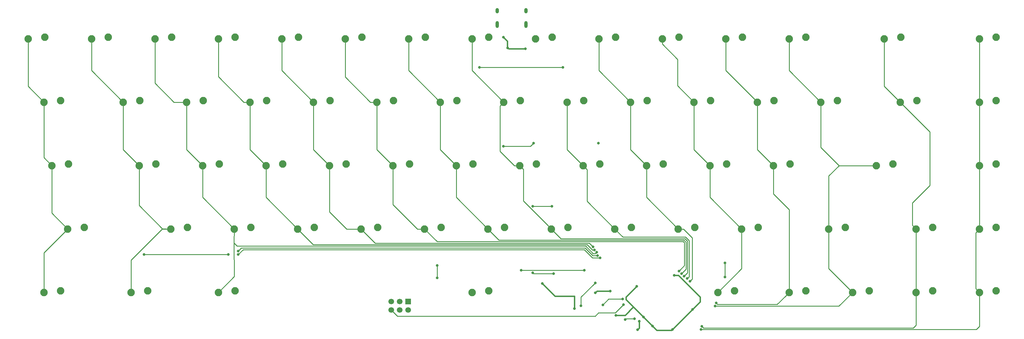
<source format=gtl>
G04 #@! TF.GenerationSoftware,KiCad,Pcbnew,(5.1.5-0-10_14)*
G04 #@! TF.CreationDate,2019-12-30T20:39:33+01:00*
G04 #@! TF.ProjectId,aek67,61656b36-372e-46b6-9963-61645f706362,rev?*
G04 #@! TF.SameCoordinates,Original*
G04 #@! TF.FileFunction,Copper,L1,Top*
G04 #@! TF.FilePolarity,Positive*
%FSLAX46Y46*%
G04 Gerber Fmt 4.6, Leading zero omitted, Abs format (unit mm)*
G04 Created by KiCad (PCBNEW (5.1.5-0-10_14)) date 2019-12-30 20:39:33*
%MOMM*%
%LPD*%
G04 APERTURE LIST*
%ADD10C,2.250000*%
%ADD11O,1.000000X2.100000*%
%ADD12O,1.000000X1.600000*%
%ADD13R,1.700000X1.700000*%
%ADD14C,1.700000*%
%ADD15C,0.800000*%
%ADD16C,0.381000*%
%ADD17C,0.250000*%
G04 APERTURE END LIST*
D10*
X161012500Y-102362500D03*
X166012500Y-101862500D03*
D11*
X168580000Y-21880000D03*
X177220000Y-21880000D03*
D12*
X168580000Y-17700000D03*
X177220000Y-17700000D03*
D10*
X289600000Y-45212500D03*
X294600000Y-44712500D03*
X313412500Y-102362500D03*
X318412500Y-101862500D03*
X313412500Y-83312500D03*
X318412500Y-82812500D03*
X313412500Y-64262500D03*
X318412500Y-63762500D03*
X313412500Y-45212500D03*
X318412500Y-44712500D03*
X313412500Y-26162500D03*
X318412500Y-25662500D03*
X294362500Y-102362500D03*
X299362500Y-101862500D03*
X294362500Y-83312500D03*
X299362500Y-82812500D03*
X284837500Y-26162500D03*
X289837500Y-25662500D03*
X275312500Y-102362500D03*
X280312500Y-101862500D03*
X268168750Y-83312500D03*
X273168750Y-82812500D03*
X282456250Y-64262500D03*
X287456250Y-63762500D03*
X265787500Y-45212500D03*
X270787500Y-44712500D03*
X256262500Y-26162500D03*
X261262500Y-25662500D03*
X256262500Y-102362500D03*
X261262500Y-101862500D03*
X251500000Y-64262500D03*
X256500000Y-63762500D03*
X246737500Y-45212500D03*
X251737500Y-44712500D03*
X237212500Y-26162500D03*
X242212500Y-25662500D03*
X234831250Y-102362500D03*
X239831250Y-101862500D03*
X241975000Y-83312500D03*
X246975000Y-82812500D03*
X232450000Y-64262500D03*
X237450000Y-63762500D03*
X227687500Y-45212500D03*
X232687500Y-44712500D03*
X218162500Y-26162500D03*
X223162500Y-25662500D03*
X222925000Y-83312500D03*
X227925000Y-82812500D03*
X213400000Y-64262500D03*
X218400000Y-63762500D03*
X208637500Y-45212500D03*
X213637500Y-44712500D03*
X199112500Y-26162500D03*
X204112500Y-25662500D03*
X203875000Y-83312500D03*
X208875000Y-82812500D03*
X194350000Y-64262500D03*
X199350000Y-63762500D03*
X189587500Y-45212500D03*
X194587500Y-44712500D03*
X180062500Y-26162500D03*
X185062500Y-25662500D03*
X184825000Y-83312500D03*
X189825000Y-82812500D03*
X175300000Y-64262500D03*
X180300000Y-63762500D03*
X170537500Y-45212500D03*
X175537500Y-44712500D03*
X161012500Y-26162500D03*
X166012500Y-25662500D03*
X165775000Y-83312500D03*
X170775000Y-82812500D03*
X156250000Y-64262500D03*
X161250000Y-63762500D03*
X151487500Y-45212500D03*
X156487500Y-44712500D03*
X141962500Y-26162500D03*
X146962500Y-25662500D03*
X146725000Y-83312500D03*
X151725000Y-82812500D03*
X137200000Y-64262500D03*
X142200000Y-63762500D03*
X132437500Y-45212500D03*
X137437500Y-44712500D03*
X122912500Y-26162500D03*
X127912500Y-25662500D03*
X127675000Y-83312500D03*
X132675000Y-82812500D03*
X118150000Y-64262500D03*
X123150000Y-63762500D03*
X113387500Y-45212500D03*
X118387500Y-44712500D03*
X103862500Y-26162500D03*
X108862500Y-25662500D03*
X108625000Y-83312500D03*
X113625000Y-82812500D03*
X99100000Y-64262500D03*
X104100000Y-63762500D03*
X94337500Y-45212500D03*
X99337500Y-44712500D03*
X84812500Y-26162500D03*
X89812500Y-25662500D03*
X84812500Y-102362500D03*
X89812500Y-101862500D03*
X89575000Y-83312500D03*
X94575000Y-82812500D03*
X80050000Y-64262500D03*
X85050000Y-63762500D03*
X75287500Y-45212500D03*
X80287500Y-44712500D03*
X65762500Y-26162500D03*
X70762500Y-25662500D03*
X58618750Y-102362500D03*
X63618750Y-101862500D03*
X70525000Y-83312500D03*
X75525000Y-82812500D03*
X61000000Y-64262500D03*
X66000000Y-63762500D03*
X56237500Y-45212500D03*
X61237500Y-44712500D03*
X46712500Y-26162500D03*
X51712500Y-25662500D03*
X32425000Y-102362500D03*
X37425000Y-101862500D03*
X39568750Y-83312500D03*
X44568750Y-82812500D03*
X34806250Y-64262500D03*
X39806250Y-63762500D03*
X32425000Y-45212500D03*
X37425000Y-44712500D03*
X27662500Y-26162500D03*
X32662500Y-25662500D03*
D13*
X141790000Y-105092500D03*
D14*
X141790000Y-107632500D03*
X139250000Y-105092500D03*
X139250000Y-107632500D03*
X136710000Y-105092500D03*
X136710000Y-107632500D03*
D15*
X227250000Y-107454238D03*
X227250000Y-107454238D03*
X227250000Y-107454238D03*
X227250000Y-107454238D03*
X221250000Y-113454238D03*
X221250000Y-113454238D03*
X215250000Y-112500000D03*
X212500000Y-109750000D03*
X210500000Y-100500000D03*
X210500000Y-100500000D03*
X221750000Y-97250000D03*
X204250000Y-109250000D03*
X182069448Y-99680552D03*
X191750000Y-107250000D03*
X209762653Y-110237347D03*
X207000000Y-110500000D03*
X163250000Y-34750000D03*
X188250000Y-34750000D03*
X179500000Y-57500000D03*
X199000000Y-57500000D03*
X185000000Y-76500000D03*
X237000000Y-97750000D03*
X237000000Y-93500000D03*
X179193979Y-76500000D03*
X175750000Y-95750000D03*
X194750000Y-95750000D03*
X170400000Y-25700000D03*
X171700000Y-28900000D03*
X177000000Y-29200000D03*
X200323601Y-106098893D03*
X206234694Y-104375001D03*
X185500000Y-96750000D03*
X179193979Y-96500000D03*
X193738580Y-106374990D03*
X170462948Y-58486510D03*
X197999992Y-99500000D03*
X206500000Y-106073002D03*
X90750000Y-91000000D03*
X87750000Y-91000000D03*
X62500000Y-91000000D03*
X199500000Y-92000000D03*
X198457758Y-90300853D03*
X197746280Y-89598128D03*
X197347536Y-88681053D03*
X223155187Y-95930815D03*
X150500000Y-94250000D03*
X150500000Y-98000000D03*
X223917940Y-96695293D03*
X224720304Y-97476151D03*
X225667939Y-98195294D03*
X226500000Y-99000000D03*
X234316228Y-105551315D03*
X234000000Y-106500000D03*
X229750000Y-113525000D03*
X230057003Y-112573289D03*
X211250000Y-111000000D03*
X210750000Y-113540510D03*
X198000000Y-102500000D03*
X202500000Y-102000000D03*
X90737340Y-89987340D03*
X198683769Y-91274990D03*
D16*
X227250000Y-107454238D02*
X221250000Y-113454238D01*
X220954238Y-113750000D02*
X221250000Y-113454238D01*
X216500000Y-113750000D02*
X220954238Y-113750000D01*
X215250000Y-112500000D02*
X216500000Y-113750000D01*
X215250000Y-112500000D02*
X212500000Y-109750000D01*
X223000000Y-97250000D02*
X229500000Y-103750000D01*
X229500000Y-105204238D02*
X227250000Y-107454238D01*
X229500000Y-103750000D02*
X229500000Y-105204238D01*
X207500000Y-104750000D02*
X207250000Y-104500000D01*
X207250000Y-104500000D02*
X207250000Y-103750000D01*
X207250000Y-103750000D02*
X210500000Y-100500000D01*
X223000000Y-97250000D02*
X221750000Y-97250000D01*
X209500000Y-106750000D02*
X207000000Y-109250000D01*
X212500000Y-109750000D02*
X209500000Y-106750000D01*
X209500000Y-106750000D02*
X207500000Y-104750000D01*
X207000000Y-109250000D02*
X204250000Y-109250000D01*
X182069448Y-99680552D02*
X185888896Y-103500000D01*
X185888896Y-103500000D02*
X191750000Y-103500000D01*
X191750000Y-103500000D02*
X191750000Y-107250000D01*
D17*
X207262653Y-110237347D02*
X207000000Y-110500000D01*
X209762653Y-110237347D02*
X207262653Y-110237347D01*
X163250000Y-34750000D02*
X188250000Y-34750000D01*
X237000000Y-97750000D02*
X237000000Y-93500000D01*
X185000000Y-76500000D02*
X179193979Y-76500000D01*
X175750000Y-95750000D02*
X194750000Y-95750000D01*
D16*
X170400000Y-25700000D02*
X171600000Y-26900000D01*
X171600000Y-28800000D02*
X171700000Y-28900000D01*
X171600000Y-26900000D02*
X171600000Y-28800000D01*
X172000000Y-29200000D02*
X171700000Y-28900000D01*
X177000000Y-29200000D02*
X172000000Y-29200000D01*
D17*
X202047493Y-104375001D02*
X206234694Y-104375001D01*
X200323601Y-106098893D02*
X202047493Y-104375001D01*
X185500000Y-96750000D02*
X179443979Y-96750000D01*
X179443979Y-96750000D02*
X179193979Y-96500000D01*
X178513490Y-58486510D02*
X170462948Y-58486510D01*
X179500000Y-57500000D02*
X178513490Y-58486510D01*
X193738580Y-106374990D02*
X193738580Y-103761412D01*
X193738580Y-103761412D02*
X197599993Y-99899999D01*
X197599993Y-99899999D02*
X197999992Y-99500000D01*
X137559999Y-108482499D02*
X136710000Y-107632500D01*
X138577500Y-109500000D02*
X137559999Y-108482499D01*
X204073002Y-108500000D02*
X199000000Y-108500000D01*
X198000000Y-109500000D02*
X138577500Y-109500000D01*
X199000000Y-108500000D02*
X198000000Y-109500000D01*
X206500000Y-106073002D02*
X204073002Y-108500000D01*
X46712500Y-35687500D02*
X56237500Y-45212500D01*
X46712500Y-26162500D02*
X46712500Y-35687500D01*
X56237500Y-59500000D02*
X61000000Y-64262500D01*
X56237500Y-45212500D02*
X56237500Y-59500000D01*
X61000000Y-76250000D02*
X61000000Y-64262500D01*
X68062500Y-83312500D02*
X61000000Y-76250000D01*
X68062500Y-83312500D02*
X68000000Y-83250000D01*
X70525000Y-83312500D02*
X68062500Y-83312500D01*
X70525000Y-83312500D02*
X68000000Y-83250000D01*
X58618750Y-92631250D02*
X68000000Y-83250000D01*
X58618750Y-102362500D02*
X58618750Y-92631250D01*
X27662500Y-40450000D02*
X32425000Y-45212500D01*
X27662500Y-26162500D02*
X27662500Y-40450000D01*
X32425000Y-61881250D02*
X34806250Y-64262500D01*
X32425000Y-45212500D02*
X32425000Y-61881250D01*
X34806250Y-78550000D02*
X39568750Y-83312500D01*
X34806250Y-64262500D02*
X34806250Y-78550000D01*
X32425000Y-90456250D02*
X32425000Y-102362500D01*
X39568750Y-83312500D02*
X32425000Y-90456250D01*
X87750000Y-91000000D02*
X62500000Y-91000000D01*
X90750000Y-91000000D02*
X92250000Y-89500000D01*
X192250000Y-89500000D02*
X192750000Y-89500000D01*
X92250000Y-89500000D02*
X192250000Y-89500000D01*
X194700010Y-89500000D02*
X192299990Y-89500000D01*
X197200010Y-92000000D02*
X194700010Y-89500000D01*
X199500000Y-92000000D02*
X197200010Y-92000000D01*
X75287500Y-45212500D02*
X71462500Y-45212500D01*
X65762500Y-39512500D02*
X65762500Y-26162500D01*
X71462500Y-45212500D02*
X65762500Y-39512500D01*
X75287500Y-59500000D02*
X75287500Y-45212500D01*
X80050000Y-64262500D02*
X75287500Y-59500000D01*
X80050000Y-73787500D02*
X89575000Y-83312500D01*
X80050000Y-64262500D02*
X80050000Y-73787500D01*
X89575000Y-97600000D02*
X84812500Y-102362500D01*
X89500000Y-87500000D02*
X89575000Y-97600000D01*
X89575000Y-83312500D02*
X89500000Y-87500000D01*
X197385167Y-90700852D02*
X198057759Y-90700852D01*
X89500000Y-87500000D02*
X90450060Y-88450060D01*
X90450060Y-88450060D02*
X195134375Y-88450060D01*
X195134375Y-88450060D02*
X197385167Y-90700852D01*
X198057759Y-90700852D02*
X198457758Y-90300853D01*
X99100000Y-73787500D02*
X99100000Y-64262500D01*
X108625000Y-83312500D02*
X99100000Y-73787500D01*
X94337500Y-59500000D02*
X94337500Y-45212500D01*
X99100000Y-64262500D02*
X94337500Y-59500000D01*
X94337500Y-45212500D02*
X92462500Y-45212500D01*
X84812500Y-37562500D02*
X84812500Y-26162500D01*
X92462500Y-45212500D02*
X84812500Y-37562500D01*
X195582518Y-88000051D02*
X197180595Y-89598128D01*
X197180595Y-89598128D02*
X197746280Y-89598128D01*
X108625000Y-83312500D02*
X113312551Y-88000051D01*
X113312551Y-88000051D02*
X195582518Y-88000051D01*
X103862500Y-35687500D02*
X113387500Y-45212500D01*
X103862500Y-26162500D02*
X103862500Y-35687500D01*
X113387500Y-59500000D02*
X118000000Y-64112500D01*
X113387500Y-45212500D02*
X113387500Y-59500000D01*
X118150000Y-64262500D02*
X118150000Y-78150000D01*
X123312500Y-83312500D02*
X127675000Y-83312500D01*
X118150000Y-78150000D02*
X123312500Y-83312500D01*
X196216523Y-87550040D02*
X196947537Y-88281054D01*
X196947537Y-88281054D02*
X197347536Y-88681053D01*
X127675000Y-83312500D02*
X131912540Y-87550040D01*
X131912540Y-87550040D02*
X196216523Y-87550040D01*
X146725000Y-83312500D02*
X144562500Y-83312500D01*
X137200000Y-75950000D02*
X137200000Y-64262500D01*
X144562500Y-83312500D02*
X137200000Y-75950000D01*
X132437500Y-59500000D02*
X132437500Y-45212500D01*
X137200000Y-64262500D02*
X132437500Y-59500000D01*
X132437500Y-45212500D02*
X130462500Y-45212500D01*
X122912500Y-37662500D02*
X122912500Y-26162500D01*
X130462500Y-45212500D02*
X122912500Y-37662500D01*
X150500000Y-94250000D02*
X150500000Y-98000000D01*
X224463620Y-87100030D02*
X224799990Y-87436400D01*
X223555186Y-95530816D02*
X223155187Y-95930815D01*
X224799990Y-94286012D02*
X223555186Y-95530816D01*
X224799990Y-87436400D02*
X224799990Y-94286012D01*
X150512530Y-87100030D02*
X224463620Y-87100030D01*
X146725000Y-83312500D02*
X150512530Y-87100030D01*
X141962500Y-35687500D02*
X151487500Y-45212500D01*
X141962500Y-26162500D02*
X141962500Y-35687500D01*
X151487500Y-59500000D02*
X156250000Y-64262500D01*
X151487500Y-45212500D02*
X151487500Y-59500000D01*
X156250000Y-73787500D02*
X165775000Y-83312500D01*
X156250000Y-64262500D02*
X156250000Y-73787500D01*
X225250001Y-87250000D02*
X225250000Y-95363233D01*
X225250000Y-95363233D02*
X224317939Y-96295294D01*
X224650021Y-86650021D02*
X225250001Y-87250000D01*
X165775000Y-83312500D02*
X169112521Y-86650021D01*
X169112521Y-86650021D02*
X224650021Y-86650021D01*
X224317939Y-96295294D02*
X223917940Y-96695293D01*
X161012500Y-35687500D02*
X170537500Y-45212500D01*
X161012500Y-26162500D02*
X161012500Y-35687500D01*
X183700001Y-82187501D02*
X184825000Y-83312500D01*
X176424999Y-74912499D02*
X183700001Y-82187501D01*
X176424999Y-65387499D02*
X176424999Y-74912499D01*
X175300000Y-64262500D02*
X176424999Y-65387499D01*
X225732059Y-96464396D02*
X225120303Y-97076152D01*
X187712510Y-86200010D02*
X224950010Y-86200010D01*
X225120303Y-97076152D02*
X224720304Y-97476151D01*
X224950010Y-86200010D02*
X225732059Y-86982059D01*
X184825000Y-83312500D02*
X187712510Y-86200010D01*
X225732059Y-86982059D02*
X225732059Y-96464396D01*
X169412501Y-59965991D02*
X169412501Y-46337499D01*
X175300000Y-64262500D02*
X173709010Y-64262500D01*
X173709010Y-64262500D02*
X169412501Y-59965991D01*
X169412501Y-46337499D02*
X170537500Y-45212500D01*
X203875000Y-83312500D02*
X195562500Y-75000000D01*
X195562500Y-65475000D02*
X194350000Y-64262500D01*
X195562500Y-75000000D02*
X195562500Y-65475000D01*
X194350000Y-64262500D02*
X189587500Y-59500000D01*
X189587500Y-59500000D02*
X189587500Y-45212500D01*
X203875000Y-83312500D02*
X206312500Y-85750000D01*
X226067938Y-97795295D02*
X225667939Y-98195294D01*
X226198261Y-97664972D02*
X226067938Y-97795295D01*
X225136411Y-85750000D02*
X226198261Y-86811850D01*
X226198261Y-86811850D02*
X226198261Y-97664972D01*
X206312500Y-85750000D02*
X225136411Y-85750000D01*
X199112500Y-35687500D02*
X208637500Y-45212500D01*
X199112500Y-26162500D02*
X199112500Y-35687500D01*
X208637500Y-59500000D02*
X208637500Y-45212500D01*
X213400000Y-64262500D02*
X208637500Y-59500000D01*
X213400000Y-73787500D02*
X222925000Y-83312500D01*
X213400000Y-64262500D02*
X213400000Y-73787500D01*
X226899999Y-98600001D02*
X226500000Y-99000000D01*
X227150007Y-85946517D02*
X227150007Y-98349993D01*
X227150007Y-98349993D02*
X226899999Y-98600001D01*
X224515990Y-83312500D02*
X227150007Y-85946517D01*
X222925000Y-83312500D02*
X224515990Y-83312500D01*
X234831250Y-102362500D02*
X242000000Y-95193750D01*
X241975000Y-95168750D02*
X241975000Y-83312500D01*
X242000000Y-95193750D02*
X241975000Y-95168750D01*
X232450000Y-73787500D02*
X241975000Y-83312500D01*
X232450000Y-64262500D02*
X232450000Y-73787500D01*
X227687500Y-59500000D02*
X232450000Y-64262500D01*
X227687500Y-45212500D02*
X227687500Y-59500000D01*
X218162500Y-27753490D02*
X222750000Y-32340990D01*
X218162500Y-26162500D02*
X218162500Y-27753490D01*
X222750000Y-40275000D02*
X227687500Y-45212500D01*
X222750000Y-32340990D02*
X222750000Y-40275000D01*
X237212500Y-35687500D02*
X246500000Y-44975000D01*
X237212500Y-26162500D02*
X237212500Y-35687500D01*
X246737500Y-59500000D02*
X251500000Y-64262500D01*
X246737500Y-45212500D02*
X246737500Y-59500000D01*
X251500000Y-64262500D02*
X251500000Y-72750000D01*
X256262500Y-77512500D02*
X256262500Y-102362500D01*
X251500000Y-72750000D02*
X256262500Y-77512500D01*
X252673686Y-105951314D02*
X255137501Y-103487499D01*
X234716227Y-105951314D02*
X252673686Y-105951314D01*
X255137501Y-103487499D02*
X256262500Y-102362500D01*
X234316228Y-105551315D02*
X234716227Y-105951314D01*
X256262500Y-35687500D02*
X265787500Y-45212500D01*
X256262500Y-26162500D02*
X256262500Y-35687500D01*
X282456250Y-64262500D02*
X271262500Y-64262500D01*
X265787500Y-58787500D02*
X265787500Y-45212500D01*
X271262500Y-64262500D02*
X265787500Y-58787500D01*
X268168750Y-67356250D02*
X271262500Y-64262500D01*
X268168750Y-83312500D02*
X268168750Y-67356250D01*
X268168750Y-95218750D02*
X275312500Y-102362500D01*
X268168750Y-83312500D02*
X268168750Y-95218750D01*
X271175000Y-106500000D02*
X275312500Y-102362500D01*
X234000000Y-106500000D02*
X271175000Y-106500000D01*
X284837500Y-40450000D02*
X289600000Y-45212500D01*
X284837500Y-26162500D02*
X284837500Y-40450000D01*
X293237501Y-82187501D02*
X293237501Y-75512499D01*
X294362500Y-83312500D02*
X293237501Y-82187501D01*
X293237501Y-75512499D02*
X298500000Y-70250000D01*
X298500000Y-54112500D02*
X289600000Y-45212500D01*
X298500000Y-70250000D02*
X298500000Y-54112500D01*
X294362500Y-83312500D02*
X294362500Y-102362500D01*
X312287501Y-84437499D02*
X313412500Y-83312500D01*
X312287501Y-101237501D02*
X312287501Y-84437499D01*
X313412500Y-102362500D02*
X312287501Y-101237501D01*
X313412500Y-65853490D02*
X313412500Y-83312500D01*
X313412500Y-64262500D02*
X313412500Y-65853490D01*
X313412500Y-45212500D02*
X313412500Y-64262500D01*
X313412500Y-26162500D02*
X313412500Y-45212500D01*
X294362500Y-102362500D02*
X294362500Y-112212490D01*
X294362500Y-112212490D02*
X293500000Y-113074990D01*
X230558704Y-113074990D02*
X230057003Y-112573289D01*
X293500000Y-113074990D02*
X230558704Y-113074990D01*
X313412500Y-112587500D02*
X313412500Y-102362500D01*
X312475000Y-113525000D02*
X313412500Y-112587500D01*
X229750000Y-113525000D02*
X312475000Y-113525000D01*
D16*
X211250000Y-113040510D02*
X210750000Y-113540510D01*
X211250000Y-111000000D02*
X211250000Y-113040510D01*
X198500000Y-102000000D02*
X202500000Y-102000000D01*
X198000000Y-102500000D02*
X198500000Y-102000000D01*
D17*
X197274990Y-91274990D02*
X198118084Y-91274990D01*
X91724680Y-89000000D02*
X195000000Y-89000000D01*
X198118084Y-91274990D02*
X198683769Y-91274990D01*
X195000000Y-89000000D02*
X197274990Y-91274990D01*
X90737340Y-89987340D02*
X91724680Y-89000000D01*
M02*

</source>
